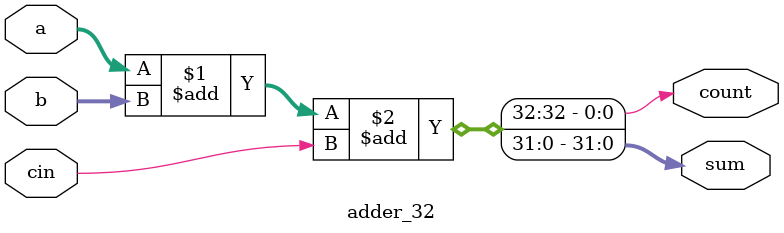
<source format=v>
module adder_32 (
  input [31:0] a,
  input [31:0] b,
  input        cin,    //carry input
  output [31:0] sum,
  output        count  //carry output
);

  assign {count, sum} = a + b + cin;

endmodule      

</source>
